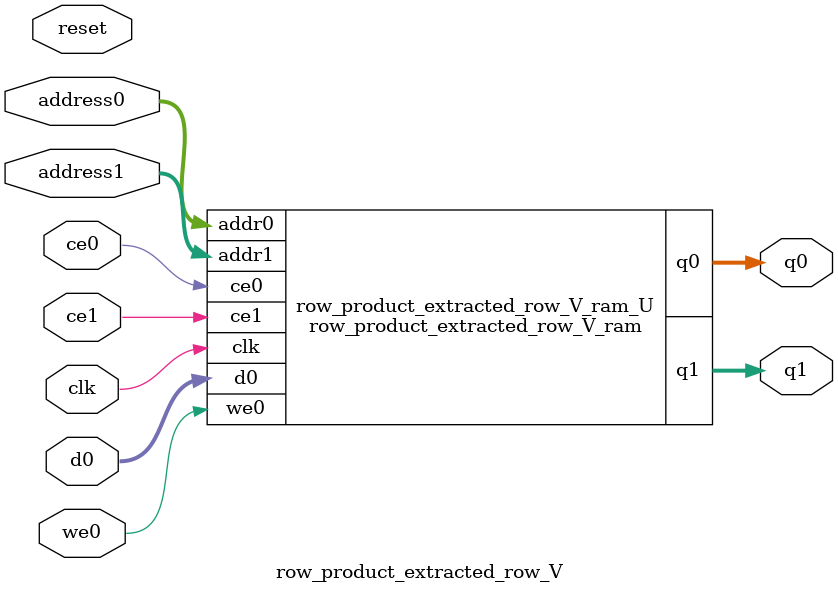
<source format=v>
`timescale 1 ns / 1 ps
module row_product_extracted_row_V_ram (addr0, ce0, d0, we0, q0, addr1, ce1, q1,  clk);

parameter DWIDTH = 32;
parameter AWIDTH = 9;
parameter MEM_SIZE = 494;

input[AWIDTH-1:0] addr0;
input ce0;
input[DWIDTH-1:0] d0;
input we0;
output reg[DWIDTH-1:0] q0;
input[AWIDTH-1:0] addr1;
input ce1;
output reg[DWIDTH-1:0] q1;
input clk;

(* ram_style = "block" *)reg [DWIDTH-1:0] ram0[0:MEM_SIZE-1];



always @(posedge clk)  
begin 
    if (ce0) begin
        if (we0) 
            ram0[addr0] <= d0; 
        q0 <= ram0[addr0];
    end
end


always @(posedge clk)  
begin 
    if (ce1) begin
        q1 <= ram0[addr1];
    end
end


endmodule

`timescale 1 ns / 1 ps
module row_product_extracted_row_V(
    reset,
    clk,
    address0,
    ce0,
    we0,
    d0,
    q0,
    address1,
    ce1,
    q1);

parameter DataWidth = 32'd32;
parameter AddressRange = 32'd494;
parameter AddressWidth = 32'd9;
input reset;
input clk;
input[AddressWidth - 1:0] address0;
input ce0;
input we0;
input[DataWidth - 1:0] d0;
output[DataWidth - 1:0] q0;
input[AddressWidth - 1:0] address1;
input ce1;
output[DataWidth - 1:0] q1;



row_product_extracted_row_V_ram row_product_extracted_row_V_ram_U(
    .clk( clk ),
    .addr0( address0 ),
    .ce0( ce0 ),
    .we0( we0 ),
    .d0( d0 ),
    .q0( q0 ),
    .addr1( address1 ),
    .ce1( ce1 ),
    .q1( q1 ));

endmodule


</source>
